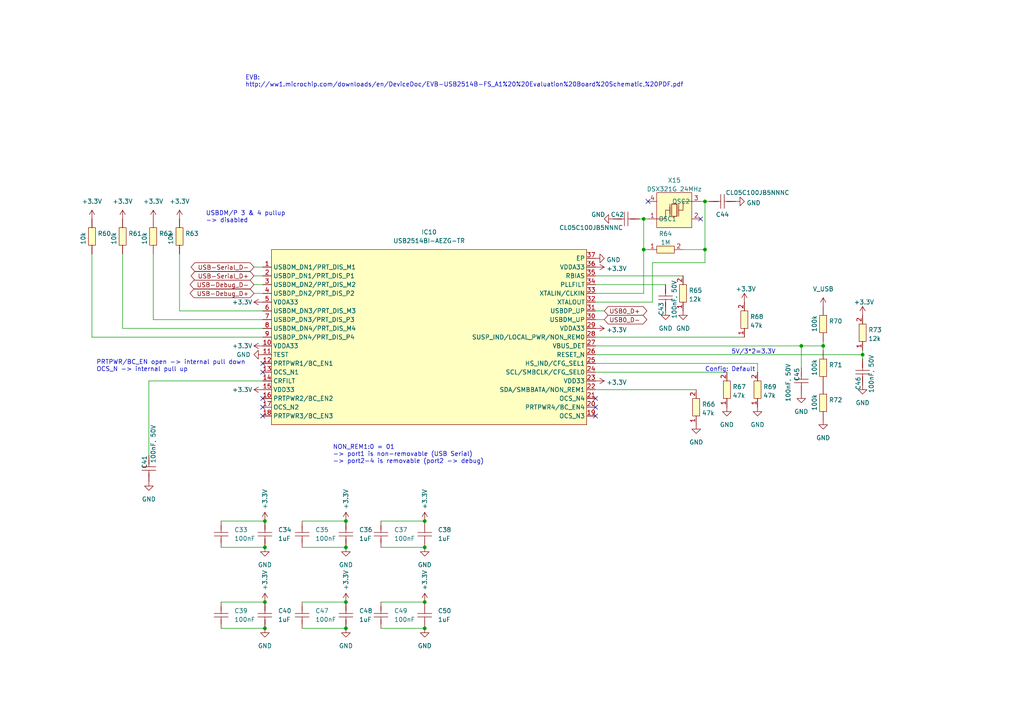
<source format=kicad_sch>
(kicad_sch (version 20231120) (generator "eeschema") (generator_version "8.0")
  (paper "A4")
  (lib_symbols
    (symbol "CL05A105KA5NQNC_1" (pin_numbers hide) (pin_names hide)
      (property "Reference" "C?" (at 0 5.08 0))
      (property "Value" "CL05A105KA5NQNC_1" (at 0 -5.08 0))
      (symbol "CL05A105KA5NQNC_1_0_1"
        (polyline (pts (xy -0.508 -2.032) (xy -0.508 2.032)))
        (polyline (pts (xy -0.508 0) (xy -2.54 0)))
        (polyline (pts (xy 0.508 2.032) (xy 0.508 -2.032)))
        (polyline (pts (xy 2.54 0) (xy 0.508 0)))
        (pin passive line (at -3.81 0 0) (length 2.54) (name "1") (number "1"))
        (pin passive line (at 3.81 0 180) (length 2.54) (name "2") (number "2"))
      )
    )
    (symbol "CL05B104KB54PNC_1" (pin_numbers hide) (pin_names hide)
      (property "Reference" "C?" (at 0 5.08 0))
      (property "Value" "CL05B104KB54PNC_1" (at 0 -5.08 0))
      (symbol "CL05B104KB54PNC_1_0_1"
        (polyline (pts (xy -0.508 0) (xy -2.54 0)))
        (polyline (pts (xy -0.508 2.032) (xy -0.508 -2.032)))
        (polyline (pts (xy 0.508 -2.032) (xy 0.508 2.032)))
        (polyline (pts (xy 2.54 0) (xy 0.508 0)))
        (pin passive line (at -3.81 0 0) (length 2.54) (name "1") (number "1"))
        (pin passive line (at 3.81 0 180) (length 2.54) (name "2") (number "2"))
      )
    )
    (symbol "eduboardv2:+3.3V" (power) (pin_names (offset 0))
      (property "Value" "+3.3V" (at 0 5.08 0))
      (symbol "+3.3V_0_1"
        (polyline (pts (xy -0.762 1.27) (xy 0 2.54)))
        (polyline (pts (xy 0 0) (xy 0 2.54)))
        (polyline (pts (xy 0 2.54) (xy 0.762 1.27)))
      )
      (symbol "+3.3V_1_1"
        (pin power_in line (at 0 0 90) (length 0) hide (name "+3.3V") (number "1"))
      )
    )
    (symbol "eduboardv2:0402WGF1002TCE" (pin_numbers hide) (pin_names hide)
      (property "Reference" "R?" (at 0 5.08 0))
      (property "Value" "0402WGF1002TCE" (at 0 -5.08 0))
      (symbol "0402WGF1002TCE_0_1"
        (rectangle (start -2.54 1.02) (end 2.54 -1.02) (fill (type background)))
        (pin passive line (at -5.08 0 0) (length 2.54) (name "1") (number "1"))
        (pin passive line (at 5.08 0 180) (length 2.54) (name "2") (number "2"))
      )
    )
    (symbol "eduboardv2:0402WGF1003TCE" (pin_numbers hide) (pin_names hide)
      (property "Reference" "R?" (at 0 5.08 0))
      (property "Value" "0402WGF1003TCE" (at 0 -5.08 0))
      (symbol "0402WGF1003TCE_0_1"
        (rectangle (start -2.54 1.02) (end 2.54 -1.02) (fill (type background)))
        (pin passive line (at -5.08 0 0) (length 2.54) (name "1") (number "1"))
        (pin passive line (at 5.08 0 180) (length 2.54) (name "2") (number "2"))
      )
    )
    (symbol "eduboardv2:0402WGF1004TCE"
      (property "Reference" "R?" (at 0 5.08 0))
      (property "Value" "0402WGF1004TCE" (at 0 -5.08 0))
      (symbol "0402WGF1004TCE_0_1"
        (rectangle (start -2.54 1.02) (end 2.54 -1.02) (fill (type background)))
        (pin input line (at -5.08 0 0) (length 2.54) (name "") (number "1"))
        (pin input line (at 5.08 0 180) (length 2.54) (name "") (number "2"))
      )
    )
    (symbol "eduboardv2:0402WGF1202TCE"
      (property "Reference" "R?" (at 0 5.08 0))
      (property "Value" "0402WGF1202TCE" (at 0 -5.08 0))
      (symbol "0402WGF1202TCE_0_1"
        (rectangle (start -2.54 1.02) (end 2.54 -1.02) (fill (type background)))
        (pin input line (at -5.08 0 0) (length 2.54) (name "") (number "1"))
        (pin input line (at 5.08 0 180) (length 2.54) (name "") (number "2"))
      )
    )
    (symbol "eduboardv2:0402WGF4702TCE"
      (property "Reference" "R?" (at 0 5.08 0))
      (property "Value" "0402WGF4702TCE" (at 0 -5.08 0))
      (symbol "0402WGF4702TCE_0_1"
        (rectangle (start -2.54 1.02) (end 2.54 -1.02) (fill (type background)))
        (pin input line (at -5.08 0 0) (length 2.54) (name "") (number "1"))
        (pin input line (at 5.08 0 180) (length 2.54) (name "") (number "2"))
      )
    )
    (symbol "eduboardv2:CL05C100JB5NNNC" (pin_numbers hide) (pin_names hide)
      (property "Reference" "C?" (at 0 5.08 0))
      (property "Value" "CL05C100JB5NNNC" (at 0 -5.08 0))
      (symbol "CL05C100JB5NNNC_0_1"
        (polyline (pts (xy -0.508 -2.032) (xy -0.508 2.032)))
        (polyline (pts (xy -0.508 0) (xy -2.54 0)))
        (polyline (pts (xy 0.508 2.032) (xy 0.508 -2.032)))
        (polyline (pts (xy 2.54 0) (xy 0.508 0)))
        (pin passive line (at -3.81 0 0) (length 2.54) (name "1") (number "1"))
        (pin passive line (at 3.81 0 180) (length 2.54) (name "2") (number "2"))
      )
    )
    (symbol "eduboardv2:DSX321G 24MHz"
      (property "Reference" "X?" (at 0 7.62 0))
      (property "Value" "DSX321G 24MHz" (at 0 -7.62 0))
      (symbol "DSX321G 24MHz_0_1"
        (rectangle (start -5.08 5.08) (end 5.08 -5.08) (fill (type background)))
        (polyline (pts (xy -1.27 -1.778) (xy -1.27 1.778)))
        (polyline (pts (xy -1.27 -1.016) (xy -1.27 1.016)))
        (polyline (pts (xy 0.762 -1.778) (xy -0.762 -1.778)))
        (polyline (pts (xy 1.27 -1.778) (xy 1.27 1.778)))
        (polyline (pts (xy 1.27 -1.016) (xy 1.27 1.016)))
        (polyline (pts (xy -5.08 -2.54) (xy -2.54 -2.54) (xy -2.54 0) (xy -1.524 0)))
        (polyline (pts (xy -0.762 -1.778) (xy -0.762 1.778) (xy 0.762 1.778) (xy 0.762 -1.778)))
        (polyline (pts (xy 5.08 2.54) (xy 2.54 2.54) (xy 2.54 0) (xy 1.27 0)))
        (polyline (pts (xy 0.762 1.778) (xy 0.762 -1.778) (xy -0.762 -1.778) (xy -0.762 1.778) (xy 0.762 1.778)) (fill (type background)))
        (pin input line (at -7.62 -2.54 0) (length 2.54) (name "OSC1") (number "1"))
        (pin input line (at 7.62 -2.54 180) (length 2.54) (name "") (number "2"))
        (pin input line (at 7.62 2.54 180) (length 2.54) (name "OSC2") (number "3"))
        (pin input line (at -7.62 2.54 0) (length 2.54) (name "") (number "4"))
      )
    )
    (symbol "eduboardv2:GND" (power) (pin_names (offset 0))
      (property "Value" "GND" (at 0 -5.08 0))
      (symbol "GND_0_1"
        (polyline (pts (xy 0 0) (xy 0 -1.27) (xy 1.27 -1.27) (xy 0 -2.54) (xy -1.27 -1.27) (xy 0 -1.27)))
      )
      (symbol "GND_1_1"
        (pin power_in line (at 0 0 270) (length 0) hide (name "GND") (number "1"))
      )
    )
    (symbol "eduboardv2:USB2514BI-AEZG-TR"
      (property "Reference" "IC?" (at 0 27.94 0))
      (property "Value" "USB2514BI-AEZG-TR" (at 0 -27.94 0))
      (symbol "USB2514BI-AEZG-TR_0_1"
        (rectangle (start -45.72 25.4) (end 45.72 -25.4) (fill (type background)))
        (pin unspecified line (at -48.26 20.32 0) (length 2.54) (name "USBDM_DN1/PRT_DIS_M1") (number "1"))
        (pin unspecified line (at -48.26 -2.54 0) (length 2.54) (name "VDDA33") (number "10"))
        (pin unspecified line (at -48.26 -5.08 0) (length 2.54) (name "TEST") (number "11"))
        (pin unspecified line (at -48.26 -7.62 0) (length 2.54) (name "PRTPWR1/BC_EN1") (number "12"))
        (pin unspecified line (at -48.26 -10.16 0) (length 2.54) (name "OCS_N1") (number "13"))
        (pin unspecified line (at -48.26 -12.7 0) (length 2.54) (name "CRFILT") (number "14"))
        (pin unspecified line (at -48.26 -15.24 0) (length 2.54) (name "VDD33") (number "15"))
        (pin unspecified line (at -48.26 -17.78 0) (length 2.54) (name "PRTPWR2/BC_EN2") (number "16"))
        (pin unspecified line (at -48.26 -20.32 0) (length 2.54) (name "OCS_N2") (number "17"))
        (pin unspecified line (at -48.26 -22.86 0) (length 2.54) (name "PRTPWR3/BC_EN3") (number "18"))
        (pin unspecified line (at 48.26 -22.86 180) (length 2.54) (name "OCS_N3") (number "19"))
        (pin unspecified line (at -48.26 17.78 0) (length 2.54) (name "USBDP_DN1/PRT_DIS_P1") (number "2"))
        (pin unspecified line (at 48.26 -20.32 180) (length 2.54) (name "PRTPWR4/BC_EN4") (number "20"))
        (pin unspecified line (at 48.26 -17.78 180) (length 2.54) (name "OCS_N4") (number "21"))
        (pin unspecified line (at 48.26 -15.24 180) (length 2.54) (name "SDA/SMBBATA/NON_REM1") (number "22"))
        (pin unspecified line (at 48.26 -12.7 180) (length 2.54) (name "VDD33") (number "23"))
        (pin unspecified line (at 48.26 -10.16 180) (length 2.54) (name "SCL/SMBCLK/CFG_SEL0") (number "24"))
        (pin unspecified line (at 48.26 -7.62 180) (length 2.54) (name "HS_IND/CFG_SEL1") (number "25"))
        (pin unspecified line (at 48.26 -5.08 180) (length 2.54) (name "RESET_N") (number "26"))
        (pin unspecified line (at 48.26 -2.54 180) (length 2.54) (name "VBUS_DET") (number "27"))
        (pin unspecified line (at 48.26 0 180) (length 2.54) (name "SUSP_IND/LOCAL_PWR/NON_REM0") (number "28"))
        (pin unspecified line (at 48.26 2.54 180) (length 2.54) (name "VDDA33") (number "29"))
        (pin unspecified line (at -48.26 15.24 0) (length 2.54) (name "USBDM_DN2/PRT_DIS_M2") (number "3"))
        (pin unspecified line (at 48.26 5.08 180) (length 2.54) (name "USBDM_UP") (number "30"))
        (pin unspecified line (at 48.26 7.62 180) (length 2.54) (name "USBDP_UP") (number "31"))
        (pin unspecified line (at 48.26 10.16 180) (length 2.54) (name "XTALOUT") (number "32"))
        (pin unspecified line (at 48.26 12.7 180) (length 2.54) (name "XTALIN/CLKIN") (number "33"))
        (pin unspecified line (at 48.26 15.24 180) (length 2.54) (name "PLLFILT") (number "34"))
        (pin unspecified line (at 48.26 17.78 180) (length 2.54) (name "RBIAS") (number "35"))
        (pin unspecified line (at 48.26 20.32 180) (length 2.54) (name "VDDA33") (number "36"))
        (pin unspecified line (at 48.26 22.86 180) (length 2.54) (name "EP") (number "37"))
        (pin unspecified line (at -48.26 12.7 0) (length 2.54) (name "USBDP_DN2/PRT_DIS_P2") (number "4"))
        (pin unspecified line (at -48.26 10.16 0) (length 2.54) (name "VDDA33") (number "5"))
        (pin unspecified line (at -48.26 7.62 0) (length 2.54) (name "USBDM_DN3/PRT_DIS_M3") (number "6"))
        (pin unspecified line (at -48.26 5.08 0) (length 2.54) (name "USBDP_DN3/PRT_DIS_P3") (number "7"))
        (pin unspecified line (at -48.26 2.54 0) (length 2.54) (name "USBDM_DN4/PRT_DIS_M4") (number "8"))
        (pin unspecified line (at -48.26 0 0) (length 2.54) (name "USBDP_DN4/PRT_DIS_P4") (number "9"))
      )
    )
    (symbol "eduboardv2:V_USB" (power) (pin_names (offset 0))
      (property "Value" "V_USB" (at 0 5.08 0))
      (symbol "V_USB_0_1"
        (polyline (pts (xy -0.762 1.27) (xy 0 2.54)))
        (polyline (pts (xy 0 0) (xy 0 2.54)))
        (polyline (pts (xy 0 2.54) (xy 0.762 1.27)))
      )
      (symbol "V_USB_1_1"
        (pin power_in line (at 0 0 90) (length 0) hide (name "V_USB") (number "1"))
      )
    )
  )
  (junction (at 100.33 174.625))
  (junction (at 186.69 63.5))
  (junction (at 76.835 182.245))
  (junction (at 232.41 100.33))
  (junction (at 100.33 158.75))
  (junction (at 76.835 151.13))
  (junction (at 250.19 102.87))
  (junction (at 76.835 158.75))
  (junction (at 123.19 151.13))
  (junction (at 123.19 174.625))
  (junction (at 76.835 174.625))
  (junction (at 100.33 182.245))
  (junction (at 186.69 72.39))
  (junction (at 238.76 100.33))
  (junction (at 123.19 158.75))
  (junction (at 204.47 58.42))
  (junction (at 123.19 182.245))
  (junction (at 100.33 151.13))
  (junction (at 204.47 72.39))
  (no_connect (at 76.2 105.41))
  (no_connect (at 76.2 107.95))
  (no_connect (at 76.2 115.57))
  (no_connect (at 76.2 118.11))
  (no_connect (at 76.2 120.65))
  (no_connect (at 172.72 120.65))
  (no_connect (at 172.72 118.11))
  (no_connect (at 172.72 115.57))
  (no_connect (at 203.2 63.5))
  (no_connect (at 187.96 58.42))
  (wire (pts (xy 172.72 92.71) (xy 175.26 92.71)))
  (wire (pts (xy 64.135 174.625) (xy 76.835 174.625)))
  (wire (pts (xy 172.72 80.01) (xy 198.12 80.01)))
  (wire (pts (xy 44.45 73.66) (xy 44.45 92.71)))
  (wire (pts (xy 52.07 90.17) (xy 52.07 73.66)))
  (wire (pts (xy 76.2 90.17) (xy 52.07 90.17)))
  (wire (pts (xy 186.69 63.5) (xy 187.96 63.5)))
  (wire (pts (xy 172.72 100.33) (xy 232.41 100.33)))
  (wire (pts (xy 172.72 107.95) (xy 210.82 107.95)))
  (wire (pts (xy 44.45 92.71) (xy 76.2 92.71)))
  (wire (pts (xy 73.66 82.55) (xy 76.2 82.55)))
  (wire (pts (xy 26.67 73.66) (xy 26.67 97.79)))
  (wire (pts (xy 172.72 87.63) (xy 189.23 87.63)))
  (wire (pts (xy 73.66 77.47) (xy 76.2 77.47)))
  (wire (pts (xy 204.47 72.39) (xy 204.47 58.42)))
  (wire (pts (xy 187.96 72.39) (xy 186.69 72.39)))
  (wire (pts (xy 87.63 158.75) (xy 100.33 158.75)))
  (wire (pts (xy 110.49 158.75) (xy 123.19 158.75)))
  (wire (pts (xy 172.72 102.87) (xy 250.19 102.87)))
  (wire (pts (xy 172.72 85.09) (xy 186.69 85.09)))
  (wire (pts (xy 43.18 110.49) (xy 43.18 132.08)))
  (wire (pts (xy 186.69 85.09) (xy 186.69 72.39)))
  (wire (pts (xy 87.63 182.245) (xy 100.33 182.245)))
  (wire (pts (xy 172.72 105.41) (xy 219.71 105.41)))
  (wire (pts (xy 204.47 58.42) (xy 205.74 58.42)))
  (wire (pts (xy 110.49 174.625) (xy 123.19 174.625)))
  (wire (pts (xy 73.66 80.01) (xy 76.2 80.01)))
  (wire (pts (xy 87.63 151.13) (xy 100.33 151.13)))
  (wire (pts (xy 232.41 100.33) (xy 232.41 106.68)))
  (wire (pts (xy 172.72 82.55) (xy 193.04 82.55)))
  (wire (pts (xy 35.56 95.25) (xy 35.56 73.66)))
  (wire (pts (xy 185.42 63.5) (xy 186.69 63.5)))
  (wire (pts (xy 73.66 85.09) (xy 76.2 85.09)))
  (wire (pts (xy 76.2 95.25) (xy 35.56 95.25)))
  (wire (pts (xy 238.76 99.06) (xy 238.76 100.33)))
  (wire (pts (xy 186.69 72.39) (xy 186.69 63.5)))
  (wire (pts (xy 64.135 158.75) (xy 76.835 158.75)))
  (wire (pts (xy 172.72 90.17) (xy 175.26 90.17)))
  (wire (pts (xy 250.19 102.87) (xy 250.19 104.14)))
  (wire (pts (xy 87.63 174.625) (xy 100.33 174.625)))
  (wire (pts (xy 198.12 72.39) (xy 204.47 72.39)))
  (wire (pts (xy 189.23 76.2) (xy 204.47 76.2)))
  (wire (pts (xy 203.2 58.42) (xy 204.47 58.42)))
  (wire (pts (xy 189.23 87.63) (xy 189.23 76.2)))
  (wire (pts (xy 219.71 105.41) (xy 219.71 107.95)))
  (wire (pts (xy 204.47 76.2) (xy 204.47 72.39)))
  (wire (pts (xy 172.72 97.79) (xy 215.9 97.79)))
  (wire (pts (xy 172.72 113.03) (xy 201.93 113.03)))
  (wire (pts (xy 26.67 97.79) (xy 76.2 97.79)))
  (wire (pts (xy 64.135 182.245) (xy 76.835 182.245)))
  (wire (pts (xy 250.19 101.6) (xy 250.19 102.87)))
  (wire (pts (xy 110.49 182.245) (xy 123.19 182.245)))
  (wire (pts (xy 232.41 100.33) (xy 238.76 100.33)))
  (wire (pts (xy 76.2 110.49) (xy 43.18 110.49)))
  (wire (pts (xy 238.76 101.6) (xy 238.76 100.33)))
  (wire (pts (xy 110.49 151.13) (xy 123.19 151.13)))
  (wire (pts (xy 64.135 151.13) (xy 76.835 151.13)))
  (text "PRTPWR/BC_EN open -> internal pull down\nOCS_N -> internal pull up" (at 27.94 107.95 0) (effects (font (size 1.27 1.27)) (justify left bottom)))
  (text "EVB:\nhttp://ww1.microchip.com/downloads/en/DeviceDoc/EVB-USB2514B-FS_A1%20%20Evaluation%20Board%20Schematic,%20PDF.pdf" (at 71.12 25.4 0) (effects (font (size 1.27 1.27)) (justify left bottom)))
  (text "5V/3*2=3.3V\n" (at 212.09 102.87 0) (effects (font (size 1.27 1.27)) (justify left bottom)))
  (text "Config: Default" (at 204.47 107.95 0) (effects (font (size 1.27 1.27)) (justify left bottom)))
  (text "USBDM/P 3 & 4 pullup \n-> disabled" (at 59.69 64.77 0) (effects (font (size 1.27 1.27)) (justify left bottom)))
  (text "NON_REM1:0 = 01\n-> port1 is non-removable (USB Serial)\n-> port2-4 is removable (port2 -> debug)" (at 96.52 134.62 0) (effects (font (size 1.27 1.27)) (justify left bottom)))
  (global_label "USB-Serial_D-" (shape bidirectional) (at 73.66 77.47 180) (property "Intersheetrefs" "${INTERSHEET_REFS}" (effects (hide yes))))
  (global_label "USB-Serial_D+" (shape bidirectional) (at 73.66 80.01 180) (property "Intersheetrefs" "${INTERSHEET_REFS}" (effects (hide yes))))
  (global_label "USB0_D-" (shape bidirectional) (at 175.26 92.71 0) (property "Intersheetrefs" "${INTERSHEET_REFS}" (effects (hide yes))))
  (global_label "USB-Debug_D+" (shape bidirectional) (at 73.66 85.09 180) (property "Intersheetrefs" "${INTERSHEET_REFS}" (effects (hide yes))))
  (global_label "USB0_D+" (shape bidirectional) (at 175.26 90.17 0) (property "Intersheetrefs" "${INTERSHEET_REFS}" (effects (hide yes))))
  (global_label "USB-Debug_D-" (shape bidirectional) (at 73.66 82.55 180) (property "Intersheetrefs" "${INTERSHEET_REFS}" (effects (hide yes))))
  (symbol (lib_id "eduboardv2:GND") (at 210.82 118.11 0) (unit 1)
    (property "Reference" "#PWR0175" (effects (hide yes)))
    (property "Value" "GND" (at 210.82 123.19 0))
  )
  (symbol (lib_id "eduboardv2:GND") (at 193.04 90.17 0) (unit 1)
    (property "Reference" "#PWR0172" (effects (hide yes)))
    (property "Value" "GND" (at 193.04 95.25 0))
  )
  (symbol (lib_name "CL05B104KB54PNC_1") (lib_id "eduboardv2:CL05B104KB54PNC") (at 193.04 86.36 270) (unit 1)
    (property "Reference" "C43" (at 191.77 87.63 0) (effects (justify left)))
    (property "Value" "100nF, 50V" (at 195.58 81.28 0) (effects (justify left)))
    (property "Footprint" "Capacitor_SMD:C_0402_1005Metric_Pad0.74x0.62mm_HandSolder" (effects (hide yes)))
    (property "Datasheet" "https://lcsc.com/product-detail/Others_Samsung-Electro-Mechanics_CL05B104KB54PNC_Samsung-Electro-Mechanics-CL05B104KB54PNC_C307331.html" (effects (hide yes)))
    (property "Manufacturer" "Samsung Electro-Mechanics" (effects (hide yes)))
    (property "LCSC Part" "C307331" (effects (hide yes)))
    (property "JLC Part" "Basic Part" (effects (hide yes)))
    (property "MPN" "CL05B104KB54PNC" (effects (hide yes)))
  )
  (symbol (lib_id "eduboardv2:0402WGF1202TCE") (at 198.12 85.09 90) (unit 1)
    (property "Reference" "R65" (at 199.775 84.2553 90) (effects (justify right)))
    (property "Value" "12k" (at 199.775 86.7922 90) (effects (justify right)))
    (property "Footprint" "Resistor_SMD:R_0402_1005Metric_Pad0.72x0.64mm_HandSolder" (effects (hide yes)))
    (property "Datasheet" "https://lcsc.com/product-detail/Chip-Resistor-Surface-Mount-UniOhm_12KR-1202-1_C25752.html" (effects (hide yes)))
    (property "Manufacturer" "UniOhm" (effects (hide yes)))
    (property "LCSC Part" "C25752" (effects (hide yes)))
    (property "JLC Part" "Basic Part" (effects (hide yes)))
  )
  (symbol (lib_id "eduboardv2:GND") (at 232.41 114.3 0) (unit 1)
    (property "Reference" "#PWR0179" (effects (hide yes)))
    (property "Value" "GND" (at 232.41 119.38 0))
  )
  (symbol (lib_id "eduboardv2:0402WGF4702TCE") (at 201.93 118.11 90) (unit 1)
    (property "Reference" "R66" (at 203.585 117.2753 90) (effects (justify right)))
    (property "Value" "47k" (at 203.585 119.8122 90) (effects (justify right)))
    (property "Footprint" "Resistor_SMD:R_0402_1005Metric_Pad0.72x0.64mm_HandSolder" (effects (hide yes)))
    (property "Datasheet" "https://lcsc.com/product-detail/Chip-Resistor-Surface-Mount-UniOhm_47KR-4702-1_C25792.html" (effects (hide yes)))
    (property "Manufacturer" "UniOhm" (effects (hide yes)))
    (property "LCSC Part" "C25792" (effects (hide yes)))
    (property "JLC Part" "Basic Part" (effects (hide yes)))
  )
  (symbol (lib_name "CL05B104KB54PNC_1") (lib_id "eduboardv2:CL05B104KB54PNC") (at 232.41 110.49 270) (unit 1)
    (property "Reference" "C45" (at 231.14 106.68 0) (effects (justify left)))
    (property "Value" "100nF, 50V" (at 228.6 105.41 0) (effects (justify left)))
    (property "Footprint" "Capacitor_SMD:C_0402_1005Metric_Pad0.74x0.62mm_HandSolder" (effects (hide yes)))
    (property "Datasheet" "https://lcsc.com/product-detail/Others_Samsung-Electro-Mechanics_CL05B104KB54PNC_Samsung-Electro-Mechanics-CL05B104KB54PNC_C307331.html" (effects (hide yes)))
    (property "Manufacturer" "Samsung Electro-Mechanics" (effects (hide yes)))
    (property "LCSC Part" "C307331" (effects (hide yes)))
    (property "JLC Part" "Basic Part" (effects (hide yes)))
    (property "MPN" "CL05B104KB54PNC" (effects (hide yes)))
  )
  (symbol (lib_id "eduboardv2:+3.3V") (at 215.9 87.63 0) (mirror y) (unit 1)
    (property "Reference" "#PWR0177" (effects (hide yes)))
    (property "Value" "+3.3V" (at 213.36 83.82 0) (effects (justify right)))
  )
  (symbol (lib_id "eduboardv2:0402WGF1003TCE") (at 238.76 116.84 270) (unit 1)
    (property "Reference" "R72" (at 240.415 116.0053 90) (effects (justify left)))
    (property "Value" "100k" (at 236.22 114.3 0) (effects (justify left)))
    (property "Footprint" "Resistor_SMD:R_0402_1005Metric_Pad0.72x0.64mm_HandSolder" (effects (hide yes)))
    (property "Datasheet" "https://lcsc.com/product-detail/Chip-Resistor-Surface-Mount-UniOhm_100KR-1003-1_C25741.html" (effects (hide yes)))
    (property "Manufacturer" "UniOhm" (effects (hide yes)))
    (property "LCSC Part" "C25741" (effects (hide yes)))
    (property "JLC Part" "Basic Part" (effects (hide yes)))
    (property "MPN" "0402WGF1003TCE" (effects (hide yes)))
  )
  (symbol (lib_id "eduboardv2:+3.3V") (at 250.19 91.44 0) (mirror y) (unit 1)
    (property "Reference" "#PWR0182" (effects (hide yes)))
    (property "Value" "+3.3V" (at 247.65 87.63 0) (effects (justify right)))
  )
  (symbol (lib_id "eduboardv2:+3.3V") (at 26.67 63.5 0) (mirror y) (unit 1)
    (property "Reference" "#PWR0158" (effects (hide yes)))
    (property "Value" "+3.3V" (at 26.67 58.42 0))
  )
  (symbol (lib_id "eduboardv2:+3.3V") (at 123.19 151.13 0) (unit 1)
    (property "Reference" "#PWR0104" (effects (hide yes)))
    (property "Value" "+3.3V" (at 123.19 144.78 90))
  )
  (symbol (lib_name "CL05A105KA5NQNC_1") (lib_id "eduboardv2:CL05A105KA5NQNC") (at 100.33 154.94 90) (unit 1)
    (property "Reference" "C36" (at 104.14 153.6699 90) (effects (justify right)))
    (property "Value" "1uF" (at 104.14 156.2099 90) (effects (justify right)))
    (property "Footprint" "Capacitor_SMD:C_0402_1005Metric_Pad0.74x0.62mm_HandSolder" (effects (hide yes)))
    (property "Datasheet" "https://lcsc.com/product-detail/Multilayer-Ceramic-Capacitors-MLCC-SMD-SMT_SAMSUNG_CL05A105KA5NQNC_1uF-105-10-25V_C52923.html" (effects (hide yes)))
    (property "Manufacturer" "SAMSUNG" (effects (hide yes)))
    (property "LCSC Part" "C52923" (effects (hide yes)))
    (property "JLC Part" "Basic Part" (effects (hide yes)))
    (property "MPN" "CL05A105KA5NQNC" (effects (hide yes)))
  )
  (symbol (lib_id "eduboardv2:GND") (at 123.19 158.75 0) (unit 1)
    (property "Reference" "#PWR0105" (effects (hide yes)))
    (property "Value" "GND" (at 123.19 163.83 0))
  )
  (symbol (lib_id "eduboardv2:GND") (at 76.2 102.87 270) (unit 1)
    (property "Reference" "#PWR0165" (effects (hide yes)))
    (property "Value" "GND" (at 68.58 102.87 90) (effects (justify left)))
  )
  (symbol (lib_id "eduboardv2:0402WGF1202TCE") (at 250.19 96.52 90) (unit 1)
    (property "Reference" "R73" (at 251.845 95.6853 90) (effects (justify right)))
    (property "Value" "12k" (at 251.845 98.2222 90) (effects (justify right)))
    (property "Footprint" "Resistor_SMD:R_0402_1005Metric_Pad0.72x0.64mm_HandSolder" (effects (hide yes)))
    (property "Datasheet" "https://lcsc.com/product-detail/Chip-Resistor-Surface-Mount-UniOhm_12KR-1202-1_C25752.html" (effects (hide yes)))
    (property "Manufacturer" "UniOhm" (effects (hide yes)))
    (property "LCSC Part" "C25752" (effects (hide yes)))
    (property "JLC Part" "Basic Part" (effects (hide yes)))
  )
  (symbol (lib_id "eduboardv2:+3.3V") (at 100.33 174.625 0) (unit 1)
    (property "Reference" "#PWR0189" (effects (hide yes)))
    (property "Value" "+3.3V" (at 100.33 168.275 90))
  )
  (symbol (lib_id "eduboardv2:+3.3V") (at 172.72 77.47 270) (mirror x) (unit 1)
    (property "Reference" "#PWR0168" (effects (hide yes)))
    (property "Value" "+3.3V" (at 175.895 77.9038 90) (effects (justify left)))
  )
  (symbol (lib_id "eduboardv2:+3.3V") (at 44.45 63.5 0) (mirror y) (unit 1)
    (property "Reference" "#PWR0161" (effects (hide yes)))
    (property "Value" "+3.3V" (at 44.45 58.42 0))
  )
  (symbol (lib_id "eduboardv2:0402WGF1002TCE") (at 26.67 68.58 270) (unit 1)
    (property "Reference" "R60" (at 28.325 67.7453 90) (effects (justify left)))
    (property "Value" "10k" (at 24.13 67.31 0) (effects (justify left)))
    (property "Footprint" "Resistor_SMD:R_0402_1005Metric_Pad0.72x0.64mm_HandSolder" (effects (hide yes)))
    (property "Datasheet" "https://lcsc.com/product-detail/Chip-Resistor-Surface-Mount-UniOhm_10KR-1002-1_C25744.html" (effects (hide yes)))
    (property "Manufacturer" "UniOhm" (effects (hide yes)))
    (property "LCSC Part" "C25744" (effects (hide yes)))
    (property "JLC Part" "Basic Part" (effects (hide yes)))
    (property "MPN" "0402WGF1002TCE" (effects (hide yes)))
  )
  (symbol (lib_id "eduboardv2:+3.3V") (at 76.835 151.13 0) (unit 1)
    (property "Reference" "#PWR0100" (effects (hide yes)))
    (property "Value" "+3.3V" (at 76.835 144.78 90))
  )
  (symbol (lib_id "eduboardv2:+3.3V") (at 123.19 174.625 0) (unit 1)
    (property "Reference" "#PWR0191" (effects (hide yes)))
    (property "Value" "+3.3V" (at 123.19 168.275 90))
  )
  (symbol (lib_id "eduboardv2:0402WGF4702TCE") (at 219.71 113.03 90) (unit 1)
    (property "Reference" "R69" (at 221.365 112.1953 90) (effects (justify right)))
    (property "Value" "47k" (at 221.365 114.7322 90) (effects (justify right)))
    (property "Footprint" "Resistor_SMD:R_0402_1005Metric_Pad0.72x0.64mm_HandSolder" (effects (hide yes)))
    (property "Datasheet" "https://lcsc.com/product-detail/Chip-Resistor-Surface-Mount-UniOhm_47KR-4702-1_C25792.html" (effects (hide yes)))
    (property "Manufacturer" "UniOhm" (effects (hide yes)))
    (property "LCSC Part" "C25792" (effects (hide yes)))
    (property "JLC Part" "Basic Part" (effects (hide yes)))
  )
  (symbol (lib_id "eduboardv2:CL05C100JB5NNNC") (at 209.55 58.42 0) (unit 1)
    (property "Reference" "C44" (at 209.55 62.23 0))
    (property "Value" "CL05C100JB5NNNC" (at 219.71 55.88 0))
    (property "Footprint" "Capacitor_SMD:C_0402_1005Metric_Pad0.74x0.62mm_HandSolder" (effects (hide yes)))
    (property "Datasheet" "https://lcsc.com/product-detail/Multilayer-Ceramic-Capacitors-MLCC-SMD-SMT_SAMSUNG_CL05C100JB5NNNC_10pF-100-5-50V_C32949.html" (effects (hide yes)))
    (property "Manufacturer" "SAMSUNG" (effects (hide yes)))
    (property "LCSC Part" "C32949" (effects (hide yes)))
    (property "JLC Part" "Basic Part" (effects (hide yes)))
    (property "MPN" "CL05C100JB5NNNC" (effects (hide yes)))
  )
  (symbol (lib_id "eduboardv2:GND") (at 100.33 182.245 0) (unit 1)
    (property "Reference" "#PWR0190" (effects (hide yes)))
    (property "Value" "GND" (at 100.33 187.325 0))
  )
  (symbol (lib_name "CL05A105KA5NQNC_1") (lib_id "eduboardv2:CL05A105KA5NQNC") (at 76.835 154.94 90) (unit 1)
    (property "Reference" "C34" (at 80.645 153.6699 90) (effects (justify right)))
    (property "Value" "1uF" (at 80.645 156.2099 90) (effects (justify right)))
    (property "Footprint" "Capacitor_SMD:C_0402_1005Metric_Pad0.74x0.62mm_HandSolder" (effects (hide yes)))
    (property "Datasheet" "https://lcsc.com/product-detail/Multilayer-Ceramic-Capacitors-MLCC-SMD-SMT_SAMSUNG_CL05A105KA5NQNC_1uF-105-10-25V_C52923.html" (effects (hide yes)))
    (property "Manufacturer" "SAMSUNG" (effects (hide yes)))
    (property "LCSC Part" "C52923" (effects (hide yes)))
    (property "JLC Part" "Basic Part" (effects (hide yes)))
    (property "MPN" "CL05A105KA5NQNC" (effects (hide yes)))
  )
  (symbol (lib_id "eduboardv2:DSX321G 24MHz") (at 195.58 60.96 0) (unit 1)
    (property "Reference" "X15" (at 195.58 52.3072 0))
    (property "Value" "DSX321G 24MHz" (at 195.58 54.8441 0))
    (property "Footprint" "EduboardV2_kicadlib:OSC-SMD_4P-L3.2-W2.5-BL" (effects (hide yes)))
    (property "Datasheet" "https://lcsc.com/product-detail/SMD-Crystals_KDS_DSX321G-24MHz_24MHz-12pF-20ppm-30-85_C93235.html" (effects (hide yes)))
    (property "Manufacturer" "KDS" (effects (hide yes)))
    (property "LCSC Part" "C93235" (effects (hide yes)))
    (property "JLC Part" "Extended Part" (effects (hide yes)))
    (property "Alternative" "C2149060" (effects (hide yes)))
  )
  (symbol (lib_id "eduboardv2:GND") (at 198.12 90.17 0) (unit 1)
    (property "Reference" "#PWR0173" (effects (hide yes)))
    (property "Value" "GND" (at 198.12 95.25 0))
  )
  (symbol (lib_id "eduboardv2:+3.3V") (at 76.2 87.63 90) (mirror x) (unit 1)
    (property "Reference" "#PWR0163" (effects (hide yes)))
    (property "Value" "+3.3V" (at 67.31 87.63 90) (effects (justify right)))
  )
  (symbol (lib_id "eduboardv2:+3.3V") (at 76.835 174.625 0) (unit 1)
    (property "Reference" "#PWR0157" (effects (hide yes)))
    (property "Value" "+3.3V" (at 76.835 168.275 90))
  )
  (symbol (lib_name "CL05B104KB54PNC_1") (lib_id "eduboardv2:CL05B104KB54PNC") (at 64.135 178.435 90) (unit 1)
    (property "Reference" "C39" (at 67.945 177.1649 90) (effects (justify right)))
    (property "Value" "100nF" (at 67.945 179.7049 90) (effects (justify right)))
    (property "Footprint" "Capacitor_SMD:C_0402_1005Metric_Pad0.74x0.62mm_HandSolder" (effects (hide yes)))
    (property "Datasheet" "https://lcsc.com/product-detail/Others_Samsung-Electro-Mechanics_CL05B104KB54PNC_Samsung-Electro-Mechanics-CL05B104KB54PNC_C307331.html" (effects (hide yes)))
    (property "Manufacturer" "Samsung Electro-Mechanics" (effects (hide yes)))
    (property "LCSC Part" "C307331" (effects (hide yes)))
    (property "JLC Part" "Basic Part" (effects (hide yes)))
    (property "MPN" "CL05B104KB54PNC" (effects (hide yes)))
  )
  (symbol (lib_id "eduboardv2:GND") (at 213.36 58.42 90) (unit 1)
    (property "Reference" "#PWR0176" (effects (hide yes)))
    (property "Value" "GND" (at 216.535 58.8538 90) (effects (justify right)))
  )
  (symbol (lib_id "eduboardv2:+3.3V") (at 76.2 113.03 90) (mirror x) (unit 1)
    (property "Reference" "#PWR0166" (effects (hide yes)))
    (property "Value" "+3.3V" (at 67.31 113.03 90) (effects (justify right)))
  )
  (symbol (lib_id "eduboardv2:CL05C100JB5NNNC") (at 181.61 63.5 0) (unit 1)
    (property "Reference" "C42" (at 179.07 62.23 0))
    (property "Value" "CL05C100JB5NNNC" (at 171.45 66.04 0))
    (property "Footprint" "Capacitor_SMD:C_0402_1005Metric_Pad0.74x0.62mm_HandSolder" (effects (hide yes)))
    (property "Datasheet" "https://lcsc.com/product-detail/Multilayer-Ceramic-Capacitors-MLCC-SMD-SMT_SAMSUNG_CL05C100JB5NNNC_10pF-100-5-50V_C32949.html" (effects (hide yes)))
    (property "Manufacturer" "SAMSUNG" (effects (hide yes)))
    (property "LCSC Part" "C32949" (effects (hide yes)))
    (property "JLC Part" "Basic Part" (effects (hide yes)))
    (property "MPN" "CL05C100JB5NNNC" (effects (hide yes)))
  )
  (symbol (lib_id "eduboardv2:GND") (at 76.835 182.245 0) (unit 1)
    (property "Reference" "#PWR0188" (effects (hide yes)))
    (property "Value" "GND" (at 76.835 187.325 0))
  )
  (symbol (lib_id "eduboardv2:0402WGF1002TCE") (at 52.07 68.58 270) (unit 1)
    (property "Reference" "R63" (at 53.725 67.7453 90) (effects (justify left)))
    (property "Value" "10k" (at 49.53 67.31 0) (effects (justify left)))
    (property "Footprint" "Resistor_SMD:R_0402_1005Metric_Pad0.72x0.64mm_HandSolder" (effects (hide yes)))
    (property "Datasheet" "https://lcsc.com/product-detail/Chip-Resistor-Surface-Mount-UniOhm_10KR-1002-1_C25744.html" (effects (hide yes)))
    (property "Manufacturer" "UniOhm" (effects (hide yes)))
    (property "LCSC Part" "C25744" (effects (hide yes)))
    (property "JLC Part" "Basic Part" (effects (hide yes)))
    (property "MPN" "0402WGF1002TCE" (effects (hide yes)))
  )
  (symbol (lib_id "eduboardv2:0402WGF1003TCE") (at 238.76 106.68 270) (unit 1)
    (property "Reference" "R71" (at 240.415 105.8453 90) (effects (justify left)))
    (property "Value" "100k" (at 236.22 104.14 0) (effects (justify left)))
    (property "Footprint" "Resistor_SMD:R_0402_1005Metric_Pad0.72x0.64mm_HandSolder" (effects (hide yes)))
    (property "Datasheet" "https://lcsc.com/product-detail/Chip-Resistor-Surface-Mount-UniOhm_100KR-1003-1_C25741.html" (effects (hide yes)))
    (property "Manufacturer" "UniOhm" (effects (hide yes)))
    (property "LCSC Part" "C25741" (effects (hide yes)))
    (property "JLC Part" "Basic Part" (effects (hide yes)))
    (property "MPN" "0402WGF1003TCE" (effects (hide yes)))
  )
  (symbol (lib_name "CL05B104KB54PNC_1") (lib_id "eduboardv2:CL05B104KB54PNC") (at 110.49 178.435 90) (unit 1)
    (property "Reference" "C49" (at 114.3 177.1649 90) (effects (justify right)))
    (property "Value" "100nF" (at 114.3 179.7049 90) (effects (justify right)))
    (property "Footprint" "Capacitor_SMD:C_0402_1005Metric_Pad0.74x0.62mm_HandSolder" (effects (hide yes)))
    (property "Datasheet" "https://lcsc.com/product-detail/Others_Samsung-Electro-Mechanics_CL05B104KB54PNC_Samsung-Electro-Mechanics-CL05B104KB54PNC_C307331.html" (effects (hide yes)))
    (property "Manufacturer" "Samsung Electro-Mechanics" (effects (hide yes)))
    (property "LCSC Part" "C307331" (effects (hide yes)))
    (property "JLC Part" "Basic Part" (effects (hide yes)))
    (property "MPN" "CL05B104KB54PNC" (effects (hide yes)))
  )
  (symbol (lib_id "eduboardv2:+3.3V") (at 172.72 110.49 270) (mirror x) (unit 1)
    (property "Reference" "#PWR0170" (effects (hide yes)))
    (property "Value" "+3.3V" (at 175.895 110.9238 90) (effects (justify left)))
  )
  (symbol (lib_id "eduboardv2:0402WGF4702TCE") (at 215.9 92.71 90) (unit 1)
    (property "Reference" "R68" (at 217.555 91.8753 90) (effects (justify right)))
    (property "Value" "47k" (at 217.555 94.4122 90) (effects (justify right)))
    (property "Footprint" "Resistor_SMD:R_0402_1005Metric_Pad0.72x0.64mm_HandSolder" (effects (hide yes)))
    (property "Datasheet" "https://lcsc.com/product-detail/Chip-Resistor-Surface-Mount-UniOhm_47KR-4702-1_C25792.html" (effects (hide yes)))
    (property "Manufacturer" "UniOhm" (effects (hide yes)))
    (property "LCSC Part" "C25792" (effects (hide yes)))
    (property "JLC Part" "Basic Part" (effects (hide yes)))
  )
  (symbol (lib_name "CL05B104KB54PNC_1") (lib_id "eduboardv2:CL05B104KB54PNC") (at 87.63 154.94 90) (unit 1)
    (property "Reference" "C35" (at 91.44 153.6699 90) (effects (justify right)))
    (property "Value" "100nF" (at 91.44 156.2099 90) (effects (justify right)))
    (property "Footprint" "Capacitor_SMD:C_0402_1005Metric_Pad0.74x0.62mm_HandSolder" (effects (hide yes)))
    (property "Datasheet" "https://lcsc.com/product-detail/Others_Samsung-Electro-Mechanics_CL05B104KB54PNC_Samsung-Electro-Mechanics-CL05B104KB54PNC_C307331.html" (effects (hide yes)))
    (property "Manufacturer" "Samsung Electro-Mechanics" (effects (hide yes)))
    (property "LCSC Part" "C307331" (effects (hide yes)))
    (property "JLC Part" "Basic Part" (effects (hide yes)))
    (property "MPN" "CL05B104KB54PNC" (effects (hide yes)))
  )
  (symbol (lib_id "eduboardv2:0402WGF1003TCE") (at 238.76 93.98 270) (unit 1)
    (property "Reference" "R70" (at 240.415 93.1453 90) (effects (justify left)))
    (property "Value" "100k" (at 236.22 91.44 0) (effects (justify left)))
    (property "Footprint" "Resistor_SMD:R_0402_1005Metric_Pad0.72x0.64mm_HandSolder" (effects (hide yes)))
    (property "Datasheet" "https://lcsc.com/product-detail/Chip-Resistor-Surface-Mount-UniOhm_100KR-1003-1_C25741.html" (effects (hide yes)))
    (property "Manufacturer" "UniOhm" (effects (hide yes)))
    (property "LCSC Part" "C25741" (effects (hide yes)))
    (property "JLC Part" "Basic Part" (effects (hide yes)))
    (property "MPN" "0402WGF1003TCE" (effects (hide yes)))
  )
  (symbol (lib_name "CL05A105KA5NQNC_1") (lib_id "eduboardv2:CL05A105KA5NQNC") (at 123.19 154.94 90) (unit 1)
    (property "Reference" "C38" (at 127 153.6699 90) (effects (justify right)))
    (property "Value" "1uF" (at 127 156.2099 90) (effects (justify right)))
    (property "Footprint" "Capacitor_SMD:C_0402_1005Metric_Pad0.74x0.62mm_HandSolder" (effects (hide yes)))
    (property "Datasheet" "https://lcsc.com/product-detail/Multilayer-Ceramic-Capacitors-MLCC-SMD-SMT_SAMSUNG_CL05A105KA5NQNC_1uF-105-10-25V_C52923.html" (effects (hide yes)))
    (property "Manufacturer" "SAMSUNG" (effects (hide yes)))
    (property "LCSC Part" "C52923" (effects (hide yes)))
    (property "JLC Part" "Basic Part" (effects (hide yes)))
    (property "MPN" "CL05A105KA5NQNC" (effects (hide yes)))
  )
  (symbol (lib_id "eduboardv2:0402WGF1002TCE") (at 44.45 68.58 270) (unit 1)
    (property "Reference" "R62" (at 46.105 67.7453 90) (effects (justify left)))
    (property "Value" "10k" (at 41.91 67.31 0) (effects (justify left)))
    (property "Footprint" "Resistor_SMD:R_0402_1005Metric_Pad0.72x0.64mm_HandSolder" (effects (hide yes)))
    (property "Datasheet" "https://lcsc.com/product-detail/Chip-Resistor-Surface-Mount-UniOhm_10KR-1002-1_C25744.html" (effects (hide yes)))
    (property "Manufacturer" "UniOhm" (effects (hide yes)))
    (property "LCSC Part" "C25744" (effects (hide yes)))
    (property "JLC Part" "Basic Part" (effects (hide yes)))
    (property "MPN" "0402WGF1002TCE" (effects (hide yes)))
  )
  (symbol (lib_name "CL05B104KB54PNC_1") (lib_id "eduboardv2:CL05B104KB54PNC") (at 64.135 154.94 90) (unit 1)
    (property "Reference" "C33" (at 67.945 153.6699 90) (effects (justify right)))
    (property "Value" "100nF" (at 67.945 156.2099 90) (effects (justify right)))
    (property "Footprint" "Capacitor_SMD:C_0402_1005Metric_Pad0.74x0.62mm_HandSolder" (effects (hide yes)))
    (property "Datasheet" "https://lcsc.com/product-detail/Others_Samsung-Electro-Mechanics_CL05B104KB54PNC_Samsung-Electro-Mechanics-CL05B104KB54PNC_C307331.html" (effects (hide yes)))
    (property "Manufacturer" "Samsung Electro-Mechanics" (effects (hide yes)))
    (property "LCSC Part" "C307331" (effects (hide yes)))
    (property "JLC Part" "Basic Part" (effects (hide yes)))
    (property "MPN" "CL05B104KB54PNC" (effects (hide yes)))
  )
  (symbol (lib_id "eduboardv2:GND") (at 238.76 121.92 0) (unit 1)
    (property "Reference" "#PWR0181" (effects (hide yes)))
    (property "Value" "GND" (at 238.76 127 0))
  )
  (symbol (lib_id "eduboardv2:+3.3V") (at 52.07 63.5 0) (mirror y) (unit 1)
    (property "Reference" "#PWR0162" (effects (hide yes)))
    (property "Value" "+3.3V" (at 52.07 58.42 0))
  )
  (symbol (lib_id "eduboardv2:GND") (at 219.71 118.11 0) (unit 1)
    (property "Reference" "#PWR0178" (effects (hide yes)))
    (property "Value" "GND" (at 219.71 123.19 0))
  )
  (symbol (lib_id "eduboardv2:0402WGF4702TCE") (at 210.82 113.03 90) (unit 1)
    (property "Reference" "R67" (at 212.475 112.1953 90) (effects (justify right)))
    (property "Value" "47k" (at 212.475 114.7322 90) (effects (justify right)))
    (property "Footprint" "Resistor_SMD:R_0402_1005Metric_Pad0.72x0.64mm_HandSolder" (effects (hide yes)))
    (property "Datasheet" "https://lcsc.com/product-detail/Chip-Resistor-Surface-Mount-UniOhm_47KR-4702-1_C25792.html" (effects (hide yes)))
    (property "Manufacturer" "UniOhm" (effects (hide yes)))
    (property "LCSC Part" "C25792" (effects (hide yes)))
    (property "JLC Part" "Basic Part" (effects (hide yes)))
  )
  (symbol (lib_name "CL05B104KB54PNC_1") (lib_id "eduboardv2:CL05B104KB54PNC") (at 43.18 135.89 270) (unit 1)
    (property "Reference" "C41" (at 41.91 132.08 0) (effects (justify left)))
    (property "Value" "100nF, 50V" (at 44.45 123.19 0) (effects (justify left)))
    (property "Footprint" "Capacitor_SMD:C_0402_1005Metric_Pad0.74x0.62mm_HandSolder" (effects (hide yes)))
    (property "Datasheet" "https://lcsc.com/product-detail/Others_Samsung-Electro-Mechanics_CL05B104KB54PNC_Samsung-Electro-Mechanics-CL05B104KB54PNC_C307331.html" (effects (hide yes)))
    (property "Manufacturer" "Samsung Electro-Mechanics" (effects (hide yes)))
    (property "LCSC Part" "C307331" (effects (hide yes)))
    (property "JLC Part" "Basic Part" (effects (hide yes)))
    (property "MPN" "CL05B104KB54PNC" (effects (hide yes)))
  )
  (symbol (lib_name "CL05B104KB54PNC_1") (lib_id "eduboardv2:CL05B104KB54PNC") (at 110.49 154.94 90) (unit 1)
    (property "Reference" "C37" (at 114.3 153.6699 90) (effects (justify right)))
    (property "Value" "100nF" (at 114.3 156.2099 90) (effects (justify right)))
    (property "Footprint" "Capacitor_SMD:C_0402_1005Metric_Pad0.74x0.62mm_HandSolder" (effects (hide yes)))
    (property "Datasheet" "https://lcsc.com/product-detail/Others_Samsung-Electro-Mechanics_CL05B104KB54PNC_Samsung-Electro-Mechanics-CL05B104KB54PNC_C307331.html" (effects (hide yes)))
    (property "Manufacturer" "Samsung Electro-Mechanics" (effects (hide yes)))
    (property "LCSC Part" "C307331" (effects (hide yes)))
    (property "JLC Part" "Basic Part" (effects (hide yes)))
    (property "MPN" "CL05B104KB54PNC" (effects (hide yes)))
  )
  (symbol (lib_id "eduboardv2:+3.3V") (at 172.72 95.25 270) (mirror x) (unit 1)
    (property "Reference" "#PWR0169" (effects (hide yes)))
    (property "Value" "+3.3V" (at 175.895 95.6838 90) (effects (justify left)))
  )
  (symbol (lib_id "eduboardv2:V_USB") (at 238.76 88.9 0) (unit 1)
    (property "Reference" "#PWR0180" (effects (hide yes)))
    (property "Value" "V_USB" (at 238.76 83.82 0))
  )
  (symbol (lib_id "eduboardv2:GND") (at 250.19 111.76 0) (unit 1)
    (property "Reference" "#PWR0183" (effects (hide yes)))
    (property "Value" "GND" (at 250.19 116.84 0))
  )
  (symbol (lib_id "eduboardv2:GND") (at 76.835 158.75 0) (unit 1)
    (property "Reference" "#PWR0101" (effects (hide yes)))
    (property "Value" "GND" (at 76.835 163.83 0))
  )
  (symbol (lib_id "eduboardv2:+3.3V") (at 35.56 63.5 0) (mirror y) (unit 1)
    (property "Reference" "#PWR0159" (effects (hide yes)))
    (property "Value" "+3.3V" (at 35.56 58.42 0))
  )
  (symbol (lib_name "CL05B104KB54PNC_1") (lib_id "eduboardv2:CL05B104KB54PNC") (at 87.63 178.435 90) (unit 1)
    (property "Reference" "C47" (at 91.44 177.1649 90) (effects (justify right)))
    (property "Value" "100nF" (at 91.44 179.7049 90) (effects (justify right)))
    (property "Footprint" "Capacitor_SMD:C_0402_1005Metric_Pad0.74x0.62mm_HandSolder" (effects (hide yes)))
    (property "Datasheet" "https://lcsc.com/product-detail/Others_Samsung-Electro-Mechanics_CL05B104KB54PNC_Samsung-Electro-Mechanics-CL05B104KB54PNC_C307331.html" (effects (hide yes)))
    (property "Manufacturer" "Samsung Electro-Mechanics" (effects (hide yes)))
    (property "LCSC Part" "C307331" (effects (hide yes)))
    (property "JLC Part" "Basic Part" (effects (hide yes)))
    (property "MPN" "CL05B104KB54PNC" (effects (hide yes)))
  )
  (symbol (lib_id "eduboardv2:GND") (at 201.93 123.19 0) (unit 1)
    (property "Reference" "#PWR0174" (effects (hide yes)))
    (property "Value" "GND" (at 201.93 128.27 0))
  )
  (symbol (lib_id "eduboardv2:GND") (at 43.18 139.7 0) (unit 1)
    (property "Reference" "#PWR0160" (effects (hide yes)))
    (property "Value" "GND" (at 43.18 144.78 0))
  )
  (symbol (lib_name "CL05B104KB54PNC_1") (lib_id "eduboardv2:CL05B104KB54PNC") (at 250.19 107.95 270) (unit 1)
    (property "Reference" "C46" (at 248.92 109.22 0) (effects (justify left)))
    (property "Value" "100nF, 50V" (at 252.73 102.87 0) (effects (justify left)))
    (property "Footprint" "Capacitor_SMD:C_0402_1005Metric_Pad0.74x0.62mm_HandSolder" (effects (hide yes)))
    (property "Datasheet" "https://lcsc.com/product-detail/Others_Samsung-Electro-Mechanics_CL05B104KB54PNC_Samsung-Electro-Mechanics-CL05B104KB54PNC_C307331.html" (effects (hide yes)))
    (property "Manufacturer" "Samsung Electro-Mechanics" (effects (hide yes)))
    (property "LCSC Part" "C307331" (effects (hide yes)))
    (property "JLC Part" "Basic Part" (effects (hide yes)))
    (property "MPN" "CL05B104KB54PNC" (effects (hide yes)))
  )
  (symbol (lib_id "eduboardv2:GND") (at 177.8 63.5 270) (unit 1)
    (property "Reference" "#PWR0171" (effects (hide yes)))
    (property "Value" "GND" (at 171.45 62.23 90) (effects (justify left)))
  )
  (symbol (lib_name "CL05A105KA5NQNC_1") (lib_id "eduboardv2:CL05A105KA5NQNC") (at 76.835 178.435 90) (unit 1)
    (property "Reference" "C40" (at 80.645 177.1649 90) (effects (justify right)))
    (property "Value" "1uF" (at 80.645 179.7049 90) (effects (justify right)))
    (property "Footprint" "Capacitor_SMD:C_0402_1005Metric_Pad0.74x0.62mm_HandSolder" (effects (hide yes)))
    (property "Datasheet" "https://lcsc.com/product-detail/Multilayer-Ceramic-Capacitors-MLCC-SMD-SMT_SAMSUNG_CL05A105KA5NQNC_1uF-105-10-25V_C52923.html" (effects (hide yes)))
    (property "Manufacturer" "SAMSUNG" (effects (hide yes)))
    (property "LCSC Part" "C52923" (effects (hide yes)))
    (property "JLC Part" "Basic Part" (effects (hide yes)))
    (property "MPN" "CL05A105KA5NQNC" (effects (hide yes)))
  )
  (symbol (lib_id "eduboardv2:+3.3V") (at 100.33 151.13 0) (unit 1)
    (property "Reference" "#PWR0102" (effects (hide yes)))
    (property "Value" "+3.3V" (at 100.33 144.78 90))
  )
  (symbol (lib_id "eduboardv2:GND") (at 172.72 74.93 90) (unit 1)
    (property "Reference" "#PWR0167" (effects (hide yes)))
    (property "Value" "GND" (at 175.895 75.3638 90) (effects (justify right)))
  )
  (symbol (lib_id "eduboardv2:0402WGF1004TCE") (at 193.04 72.39 0) (unit 1)
    (property "Reference" "R64" (at 193.04 67.7972 0))
    (property "Value" "1M" (at 193.04 70.3341 0))
    (property "Footprint" "Resistor_SMD:R_0402_1005Metric_Pad0.72x0.64mm_HandSolder" (effects (hide yes)))
    (property "Datasheet" "https://lcsc.com/product-detail/Chip-Resistor-Surface-Mount-UniOhm_1MR-1004-1_C26083.html" (effects (hide yes)))
    (property "Manufacturer" "UniOhm" (effects (hide yes)))
    (property "LCSC Part" "C25741" (effects (hide yes)))
    (property "JLC Part" "Basic Part" (effects (hide yes)))
  )
  (symbol (lib_id "eduboardv2:0402WGF1002TCE") (at 35.56 68.58 270) (unit 1)
    (property "Reference" "R61" (at 37.215 67.7453 90) (effects (justify left)))
    (property "Value" "10k" (at 33.02 67.31 0) (effects (justify left)))
    (property "Footprint" "Resistor_SMD:R_0402_1005Metric_Pad0.72x0.64mm_HandSolder" (effects (hide yes)))
    (property "Datasheet" "https://lcsc.com/product-detail/Chip-Resistor-Surface-Mount-UniOhm_10KR-1002-1_C25744.html" (effects (hide yes)))
    (property "Manufacturer" "UniOhm" (effects (hide yes)))
    (property "LCSC Part" "C25744" (effects (hide yes)))
    (property "JLC Part" "Basic Part" (effects (hide yes)))
    (property "MPN" "0402WGF1002TCE" (effects (hide yes)))
  )
  (symbol (lib_name "CL05A105KA5NQNC_1") (lib_id "eduboardv2:CL05A105KA5NQNC") (at 123.19 178.435 90) (unit 1)
    (property "Reference" "C50" (at 127 177.1649 90) (effects (justify right)))
    (property "Value" "1uF" (at 127 179.7049 90) (effects (justify right)))
    (property "Footprint" "Capacitor_SMD:C_0402_1005Metric_Pad0.74x0.62mm_HandSolder" (effects (hide yes)))
    (property "Datasheet" "https://lcsc.com/product-detail/Multilayer-Ceramic-Capacitors-MLCC-SMD-SMT_SAMSUNG_CL05A105KA5NQNC_1uF-105-10-25V_C52923.html" (effects (hide yes)))
    (property "Manufacturer" "SAMSUNG" (effects (hide yes)))
    (property "LCSC Part" "C52923" (effects (hide yes)))
    (property "JLC Part" "Basic Part" (effects (hide yes)))
    (property "MPN" "CL05A105KA5NQNC" (effects (hide yes)))
  )
  (symbol (lib_id "eduboardv2:+3.3V") (at 76.2 100.33 90) (mirror x) (unit 1)
    (property "Reference" "#PWR0164" (effects (hide yes)))
    (property "Value" "+3.3V" (at 67.31 100.33 90) (effects (justify right)))
  )
  (symbol (lib_id "eduboardv2:USB2514BI-AEZG-TR") (at 124.46 97.79 0) (unit 1)
    (property "Reference" "IC10" (at 124.46 67.31 0))
    (property "Value" "USB2514BI-AEZG-TR" (at 124.46 69.85 0))
    (property "Footprint" "EduboardV2_kicadlib:TQFN-36_L6.0-W6.0-P0.50-BL-EP3.7" (effects (hide yes)))
    (property "Datasheet" "https://lcsc.com/product-detail/USB_MICROCHIP_USB2514BI-AEZG_USB2514BI-AEZG_C58940.html" (effects (hide yes)))
    (property "Manufacturer" "MICROCHIP" (effects (hide yes)))
    (property "LCSC Part" "C58940" (effects (hide yes)))
    (property "JLC Part" "Extended Part" (effects (hide yes)))
    (property "MPN" "USB2514BI-AEZG-TR" (effects (hide yes)))
  )
  (symbol (lib_id "eduboardv2:GND") (at 100.33 158.75 0) (unit 1)
    (property "Reference" "#PWR0103" (effects (hide yes)))
    (property "Value" "GND" (at 100.33 163.83 0))
  )
  (symbol (lib_name "CL05A105KA5NQNC_1") (lib_id "eduboardv2:CL05A105KA5NQNC") (at 100.33 178.435 90) (unit 1)
    (property "Reference" "C48" (at 104.14 177.1649 90) (effects (justify right)))
    (property "Value" "1uF" (at 104.14 179.7049 90) (effects (justify right)))
    (property "Footprint" "Capacitor_SMD:C_0402_1005Metric_Pad0.74x0.62mm_HandSolder" (effects (hide yes)))
    (property "Datasheet" "https://lcsc.com/product-detail/Multilayer-Ceramic-Capacitors-MLCC-SMD-SMT_SAMSUNG_CL05A105KA5NQNC_1uF-105-10-25V_C52923.html" (effects (hide yes)))
    (property "Manufacturer" "SAMSUNG" (effects (hide yes)))
    (property "LCSC Part" "C52923" (effects (hide yes)))
    (property "JLC Part" "Basic Part" (effects (hide yes)))
    (property "MPN" "CL05A105KA5NQNC" (effects (hide yes)))
  )
  (symbol (lib_id "eduboardv2:GND") (at 123.19 182.245 0) (unit 1)
    (property "Reference" "#PWR0192" (effects (hide yes)))
    (property "Value" "GND" (at 123.19 187.325 0))
  )
)
</source>
